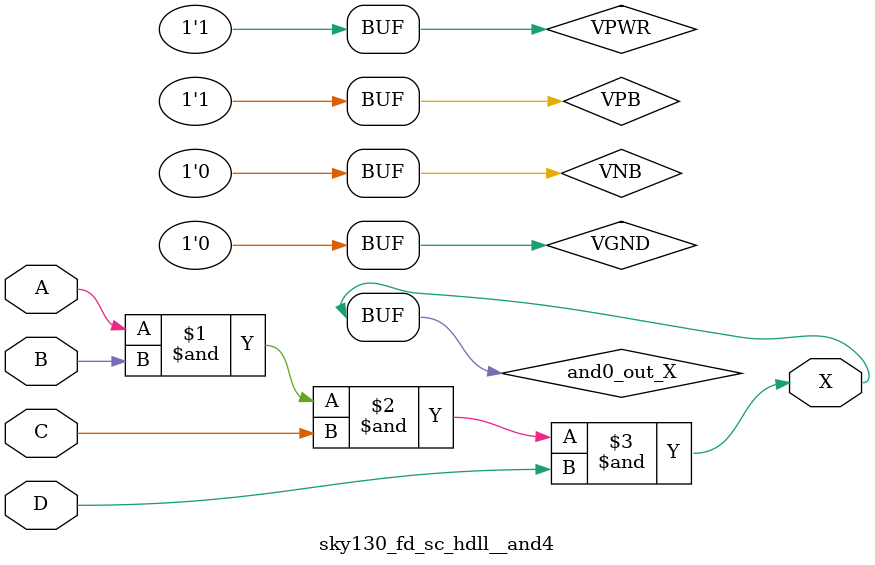
<source format=v>
/*
 * Copyright 2020 The SkyWater PDK Authors
 *
 * Licensed under the Apache License, Version 2.0 (the "License");
 * you may not use this file except in compliance with the License.
 * You may obtain a copy of the License at
 *
 *     https://www.apache.org/licenses/LICENSE-2.0
 *
 * Unless required by applicable law or agreed to in writing, software
 * distributed under the License is distributed on an "AS IS" BASIS,
 * WITHOUT WARRANTIES OR CONDITIONS OF ANY KIND, either express or implied.
 * See the License for the specific language governing permissions and
 * limitations under the License.
 *
 * SPDX-License-Identifier: Apache-2.0
*/


`ifndef SKY130_FD_SC_HDLL__AND4_BEHAVIORAL_V
`define SKY130_FD_SC_HDLL__AND4_BEHAVIORAL_V

/**
 * and4: 4-input AND.
 *
 * Verilog simulation functional model.
 */

`timescale 1ns / 1ps
`default_nettype none

`celldefine
module sky130_fd_sc_hdll__and4 (
    X,
    A,
    B,
    C,
    D
);

    // Module ports
    output X;
    input  A;
    input  B;
    input  C;
    input  D;

    // Module supplies
    supply1 VPWR;
    supply0 VGND;
    supply1 VPB ;
    supply0 VNB ;

    // Local signals
    wire and0_out_X;

    //  Name  Output      Other arguments
    and and0 (and0_out_X, A, B, C, D     );
    buf buf0 (X         , and0_out_X     );

endmodule
`endcelldefine

`default_nettype wire
`endif  // SKY130_FD_SC_HDLL__AND4_BEHAVIORAL_V
</source>
